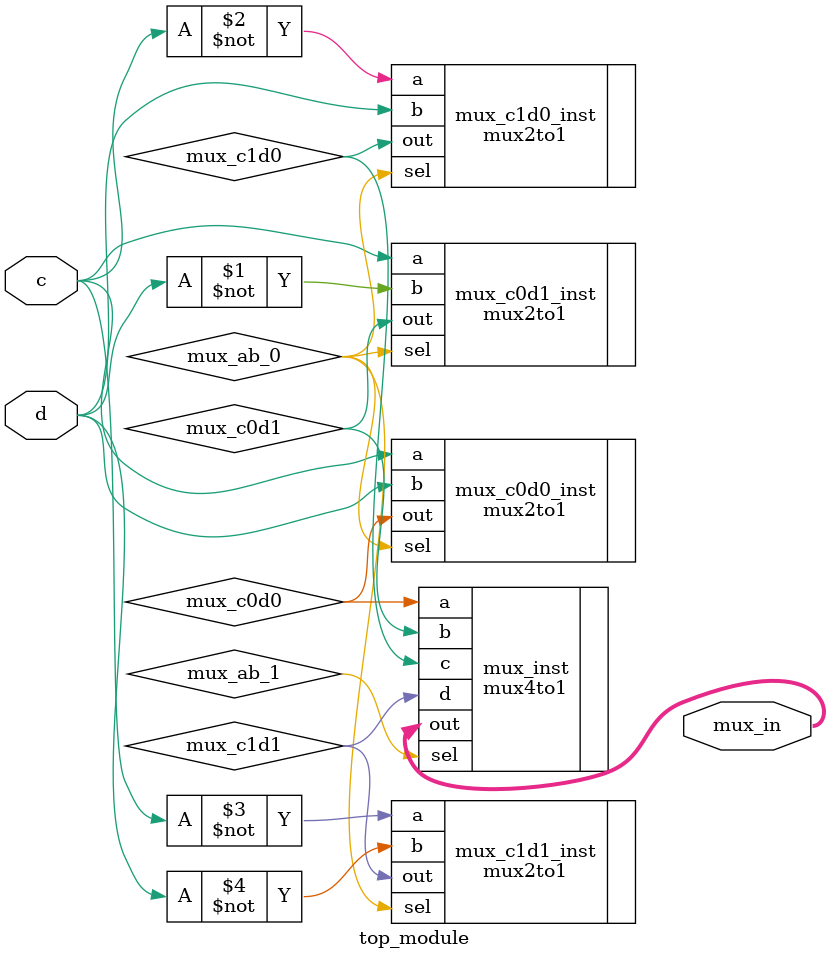
<source format=sv>
module top_module (
	input c,
	input d,
	output [3:0] mux_in
);

// Implementing the Karnaugh map using multiplexers

// Intermediate signals
wire mux_c0d0;
wire mux_c0d1;
wire mux_c1d0;
wire mux_c1d1;
wire mux_ab_1;
wire mux_ab_0;

// 2-to-1 MUX for c=0 and d=0
mux2to1 mux_c0d0_inst (
	.a(c),
	.b(d),
	.sel(mux_ab_0),
	.out(mux_c0d0)
);

// 2-to-1 MUX for c=0 and d=1
mux2to1 mux_c0d1_inst (
	.a(c),
	.b(~d),
	.sel(mux_ab_0),
	.out(mux_c0d1)
);

// 2-to-1 MUX for c=1 and d=0
mux2to1 mux_c1d0_inst (
	.a(~c),
	.b(d),
	.sel(mux_ab_0),
	.out(mux_c1d0)
);

// 2-to-1 MUX for c=1 and d=1
mux2to1 mux_c1d1_inst (
	.a(~c),
	.b(~d),
	.sel(mux_ab_0),
	.out(mux_c1d1)
);

// 4-to-1 MUX with inputs connected to intermediate signals mux_c0d0, mux_c0d1, mux_c1d0, mux_c1d1 
mux4to1 mux_inst (
	.a(mux_c0d0),
	.b(mux_c0d1),
	.c(mux_c1d0),
	.d(mux_c1d1),
	.sel(mux_ab_1),
	.out(mux_in[3:0])
);

endmodule

</source>
